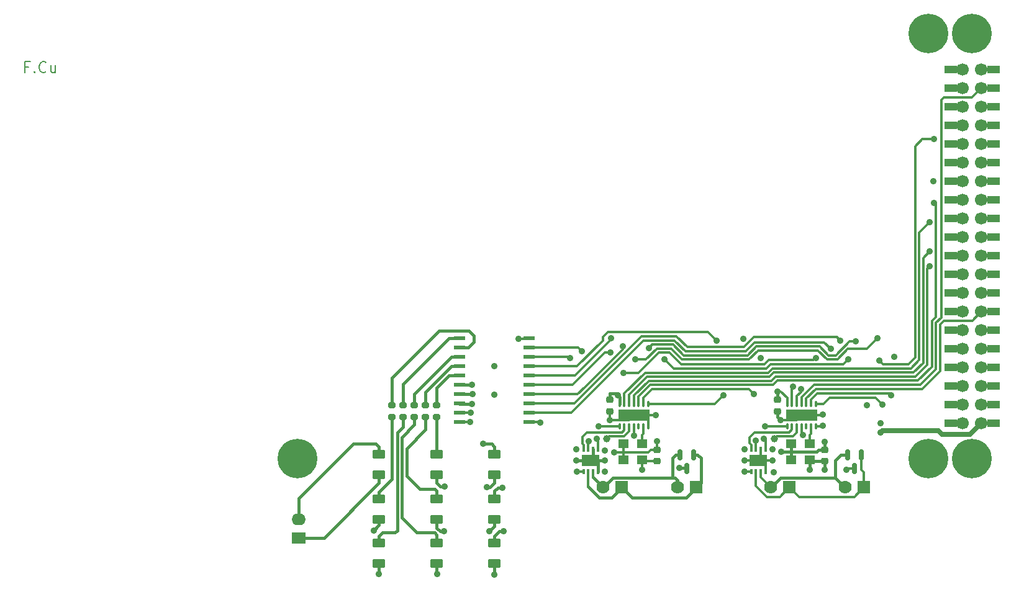
<source format=gbr>
%TF.GenerationSoftware,KiCad,Pcbnew,8.0.3-8.0.3-0~ubuntu22.04.1*%
%TF.CreationDate,2024-07-14T14:24:34-07:00*%
%TF.ProjectId,NX-IndicatorBoard,4e582d49-6e64-4696-9361-746f72426f61,2*%
%TF.SameCoordinates,Original*%
%TF.FileFunction,Copper,L1,Top*%
%TF.FilePolarity,Positive*%
%FSLAX46Y46*%
G04 Gerber Fmt 4.6, Leading zero omitted, Abs format (unit mm)*
G04 Created by KiCad (PCBNEW 8.0.3-8.0.3-0~ubuntu22.04.1) date 2024-07-14 14:24:34*
%MOMM*%
%LPD*%
G01*
G04 APERTURE LIST*
G04 Aperture macros list*
%AMRoundRect*
0 Rectangle with rounded corners*
0 $1 Rounding radius*
0 $2 $3 $4 $5 $6 $7 $8 $9 X,Y pos of 4 corners*
0 Add a 4 corners polygon primitive as box body*
4,1,4,$2,$3,$4,$5,$6,$7,$8,$9,$2,$3,0*
0 Add four circle primitives for the rounded corners*
1,1,$1+$1,$2,$3*
1,1,$1+$1,$4,$5*
1,1,$1+$1,$6,$7*
1,1,$1+$1,$8,$9*
0 Add four rect primitives between the rounded corners*
20,1,$1+$1,$2,$3,$4,$5,0*
20,1,$1+$1,$4,$5,$6,$7,0*
20,1,$1+$1,$6,$7,$8,$9,0*
20,1,$1+$1,$8,$9,$2,$3,0*%
G04 Aperture macros list end*
%ADD10C,0.187500*%
%TA.AperFunction,NonConductor*%
%ADD11C,0.187500*%
%TD*%
%TA.AperFunction,SMDPad,CuDef*%
%ADD12RoundRect,0.250000X0.625000X-0.375000X0.625000X0.375000X-0.625000X0.375000X-0.625000X-0.375000X0*%
%TD*%
%TA.AperFunction,ComponentPad*%
%ADD13C,1.000000*%
%TD*%
%TA.AperFunction,SMDPad,CuDef*%
%ADD14RoundRect,0.225000X-0.250000X0.225000X-0.250000X-0.225000X0.250000X-0.225000X0.250000X0.225000X0*%
%TD*%
%TA.AperFunction,SMDPad,CuDef*%
%ADD15RoundRect,0.200000X0.275000X-0.200000X0.275000X0.200000X-0.275000X0.200000X-0.275000X-0.200000X0*%
%TD*%
%TA.AperFunction,SMDPad,CuDef*%
%ADD16R,1.500000X0.600000*%
%TD*%
%TA.AperFunction,SMDPad,CuDef*%
%ADD17R,1.400000X1.200000*%
%TD*%
%TA.AperFunction,ComponentPad*%
%ADD18C,1.700000*%
%TD*%
%TA.AperFunction,SMDPad,CuDef*%
%ADD19R,1.780000X1.020000*%
%TD*%
%TA.AperFunction,ComponentPad*%
%ADD20R,1.778000X1.778000*%
%TD*%
%TA.AperFunction,ComponentPad*%
%ADD21C,1.778000*%
%TD*%
%TA.AperFunction,SMDPad,CuDef*%
%ADD22RoundRect,0.150000X-0.150000X0.587500X-0.150000X-0.587500X0.150000X-0.587500X0.150000X0.587500X0*%
%TD*%
%TA.AperFunction,SMDPad,CuDef*%
%ADD23O,0.350000X0.850000*%
%TD*%
%TA.AperFunction,SMDPad,CuDef*%
%ADD24R,4.250000X1.650000*%
%TD*%
%TA.AperFunction,SMDPad,CuDef*%
%ADD25R,0.350000X0.650000*%
%TD*%
%TA.AperFunction,SMDPad,CuDef*%
%ADD26R,2.400000X1.550000*%
%TD*%
%TA.AperFunction,ComponentPad*%
%ADD27C,5.400000*%
%TD*%
%TA.AperFunction,ComponentPad*%
%ADD28R,1.905000X1.600200*%
%TD*%
%TA.AperFunction,ComponentPad*%
%ADD29O,1.905000X1.600200*%
%TD*%
%TA.AperFunction,ViaPad*%
%ADD30C,0.889000*%
%TD*%
%TA.AperFunction,Conductor*%
%ADD31C,0.381000*%
%TD*%
%TA.AperFunction,Conductor*%
%ADD32C,0.304800*%
%TD*%
%TA.AperFunction,Conductor*%
%ADD33C,0.635000*%
%TD*%
G04 APERTURE END LIST*
D10*
D11*
X29377697Y-55535964D02*
X28877697Y-55535964D01*
X28877697Y-56321678D02*
X28877697Y-54821678D01*
X28877697Y-54821678D02*
X29591983Y-54821678D01*
X30163411Y-56178821D02*
X30234840Y-56250250D01*
X30234840Y-56250250D02*
X30163411Y-56321678D01*
X30163411Y-56321678D02*
X30091983Y-56250250D01*
X30091983Y-56250250D02*
X30163411Y-56178821D01*
X30163411Y-56178821D02*
X30163411Y-56321678D01*
X31734840Y-56178821D02*
X31663412Y-56250250D01*
X31663412Y-56250250D02*
X31449126Y-56321678D01*
X31449126Y-56321678D02*
X31306269Y-56321678D01*
X31306269Y-56321678D02*
X31091983Y-56250250D01*
X31091983Y-56250250D02*
X30949126Y-56107392D01*
X30949126Y-56107392D02*
X30877697Y-55964535D01*
X30877697Y-55964535D02*
X30806269Y-55678821D01*
X30806269Y-55678821D02*
X30806269Y-55464535D01*
X30806269Y-55464535D02*
X30877697Y-55178821D01*
X30877697Y-55178821D02*
X30949126Y-55035964D01*
X30949126Y-55035964D02*
X31091983Y-54893107D01*
X31091983Y-54893107D02*
X31306269Y-54821678D01*
X31306269Y-54821678D02*
X31449126Y-54821678D01*
X31449126Y-54821678D02*
X31663412Y-54893107D01*
X31663412Y-54893107D02*
X31734840Y-54964535D01*
X33020555Y-55321678D02*
X33020555Y-56321678D01*
X32377697Y-55321678D02*
X32377697Y-56107392D01*
X32377697Y-56107392D02*
X32449126Y-56250250D01*
X32449126Y-56250250D02*
X32591983Y-56321678D01*
X32591983Y-56321678D02*
X32806269Y-56321678D01*
X32806269Y-56321678D02*
X32949126Y-56250250D01*
X32949126Y-56250250D02*
X33020555Y-56178821D01*
D12*
%TO.P,D8,1,K*%
%TO.N,GND*%
X92887800Y-117274800D03*
%TO.P,D8,2,A*%
%TO.N,Net-(D8-A)*%
X92887800Y-114474800D03*
%TD*%
D13*
%TO.P,TP1,1,1*%
%TO.N,Net-(U2-CLKO{slash}SOF)*%
X108204000Y-106299000D03*
%TD*%
D14*
%TO.P,C2,1*%
%TO.N,+3V3*%
X131445000Y-100977400D03*
%TO.P,C2,2*%
%TO.N,GND*%
X131445000Y-102527400D03*
%TD*%
%TO.P,C1,1*%
%TO.N,+3V3*%
X108585000Y-100977400D03*
%TO.P,C1,2*%
%TO.N,GND*%
X108585000Y-102527400D03*
%TD*%
D15*
%TO.P,R3,1*%
%TO.N,Net-(D10-A)*%
X81965800Y-103339400D03*
%TO.P,R3,2*%
%TO.N,Net-(U1-B5)*%
X81965800Y-101689400D03*
%TD*%
D16*
%TO.P,U1,1,A->B*%
%TO.N,GND*%
X97612400Y-104013000D03*
%TO.P,U1,2,A0*%
%TO.N,/UART1_TXD*%
X97612400Y-102743000D03*
%TO.P,U1,3,A1*%
%TO.N,/UART1_RXD*%
X97612400Y-101473000D03*
%TO.P,U1,4,A2*%
%TO.N,/I2S0_SCLK*%
X97612400Y-100203000D03*
%TO.P,U1,5,A3*%
%TO.N,/UART1_RTS*%
X97612400Y-98933000D03*
%TO.P,U1,6,A4*%
%TO.N,/I2S0_DIN*%
X97612400Y-97663000D03*
%TO.P,U1,7,A5*%
%TO.N,/UART1_CTS*%
X97612400Y-96393000D03*
%TO.P,U1,8,A6*%
%TO.N,/I2S0_DOUT*%
X97612400Y-95123000D03*
%TO.P,U1,9,A7*%
%TO.N,/I2S0_FS*%
X97612400Y-93853000D03*
%TO.P,U1,10,GND*%
%TO.N,GND*%
X97612400Y-92583000D03*
%TO.P,U1,11,B7*%
%TO.N,Net-(U1-B7)*%
X88112400Y-92583000D03*
%TO.P,U1,12,B6*%
%TO.N,Net-(U1-B6)*%
X88112400Y-93853000D03*
%TO.P,U1,13,B5*%
%TO.N,Net-(U1-B5)*%
X88112400Y-95123000D03*
%TO.P,U1,14,B4*%
%TO.N,Net-(U1-B4)*%
X88112400Y-96393000D03*
%TO.P,U1,15,B3*%
%TO.N,Net-(U1-B3)*%
X88112400Y-97663000D03*
%TO.P,U1,16,B2*%
%TO.N,Net-(U1-B2)*%
X88112400Y-98933000D03*
%TO.P,U1,17,B1*%
%TO.N,Net-(U1-B1)*%
X88112400Y-100203000D03*
%TO.P,U1,18,B0*%
%TO.N,Net-(U1-B0)*%
X88112400Y-101473000D03*
%TO.P,U1,19,CE*%
%TO.N,GND*%
X88112400Y-102743000D03*
%TO.P,U1,20,VCC*%
%TO.N,+3V3*%
X88112400Y-104013000D03*
%TD*%
D15*
%TO.P,R2,1*%
%TO.N,Net-(D9-A)*%
X80441800Y-103339400D03*
%TO.P,R2,2*%
%TO.N,Net-(U1-B7)*%
X80441800Y-101689400D03*
%TD*%
D12*
%TO.P,D9,1,K*%
%TO.N,GND*%
X77139800Y-123320000D03*
%TO.P,D9,2,A*%
%TO.N,Net-(D9-A)*%
X77139800Y-120520000D03*
%TD*%
D17*
%TO.P,U4,1,EN*%
%TO.N,+3V3*%
X110490000Y-109177000D03*
%TO.P,U4,2,GND*%
%TO.N,GND*%
X113030000Y-109177000D03*
%TO.P,U4,3,OUT*%
%TO.N,Net-(U2-OSC1)*%
X113030000Y-106977000D03*
%TO.P,U4,4,V_{DD}*%
%TO.N,+3V3*%
X110490000Y-106977000D03*
%TD*%
D14*
%TO.P,C3,1*%
%TO.N,+3V3*%
X115062000Y-107810000D03*
%TO.P,C3,2*%
%TO.N,GND*%
X115062000Y-109360000D03*
%TD*%
D17*
%TO.P,U5,1,EN*%
%TO.N,+3V3*%
X133350000Y-109177000D03*
%TO.P,U5,2,GND*%
%TO.N,GND*%
X135890000Y-109177000D03*
%TO.P,U5,3,OUT*%
%TO.N,Net-(U3-OSC1)*%
X135890000Y-106977000D03*
%TO.P,U5,4,V_{DD}*%
%TO.N,+3V3*%
X133350000Y-106977000D03*
%TD*%
D18*
%TO.P,J1,1,Pin_1*%
%TO.N,+3V3*%
X159270000Y-104130000D03*
D19*
X160910000Y-104130000D03*
%TO.P,J1,2,Pin_2*%
%TO.N,+5V*%
X155090000Y-104130000D03*
D18*
X156730000Y-104130000D03*
%TO.P,J1,3,Pin_3*%
%TO.N,/I2C1_SDA*%
X159270000Y-101590000D03*
D19*
X160910000Y-101590000D03*
%TO.P,J1,4,Pin_4*%
%TO.N,+5V*%
X155090000Y-101590000D03*
D18*
X156730000Y-101590000D03*
%TO.P,J1,5,Pin_5*%
%TO.N,/I2C1_SCL*%
X159270000Y-99050000D03*
D19*
X160910000Y-99050000D03*
%TO.P,J1,6,Pin_6*%
%TO.N,GND*%
X155090000Y-99050000D03*
D18*
X156730000Y-99050000D03*
%TO.P,J1,7,Pin_7*%
%TO.N,/GPIO09*%
X159270000Y-96510000D03*
D19*
X160910000Y-96510000D03*
%TO.P,J1,8,Pin_8*%
%TO.N,/UART1_TXD*%
X155090000Y-96510000D03*
D18*
X156730000Y-96510000D03*
%TO.P,J1,9,Pin_9*%
%TO.N,GND*%
X159270000Y-93970000D03*
D19*
X160910000Y-93970000D03*
%TO.P,J1,10,Pin_10*%
%TO.N,/UART1_RXD*%
X155090000Y-93970000D03*
D18*
X156730000Y-93970000D03*
%TO.P,J1,11,Pin_11*%
%TO.N,/UART1_RTS*%
X159270000Y-91430000D03*
D19*
X160910000Y-91430000D03*
%TO.P,J1,12,Pin_12*%
%TO.N,/I2S0_SCLK*%
X155090000Y-91430000D03*
D18*
X156730000Y-91430000D03*
%TO.P,J1,13,Pin_13*%
%TO.N,/SPI1_SCK*%
X159270000Y-88890000D03*
D19*
X160910000Y-88890000D03*
%TO.P,J1,14,Pin_14*%
%TO.N,GND*%
X155090000Y-88890000D03*
D18*
X156730000Y-88890000D03*
%TO.P,J1,15,Pin_15*%
%TO.N,/GPIO12*%
X159270000Y-86350000D03*
D19*
X160910000Y-86350000D03*
%TO.P,J1,16,Pin_16*%
%TO.N,/SPI1_CS1*%
X155090000Y-86350000D03*
D18*
X156730000Y-86350000D03*
%TO.P,J1,17,Pin_17*%
%TO.N,+3V3*%
X159270000Y-83810000D03*
D19*
X160910000Y-83810000D03*
%TO.P,J1,18,Pin_18*%
%TO.N,/SPI1_CS0*%
X155090000Y-83810000D03*
D18*
X156730000Y-83810000D03*
%TO.P,J1,19,Pin_19*%
%TO.N,/SPI0_MOSI*%
X159270000Y-81270000D03*
D19*
X160910000Y-81270000D03*
%TO.P,J1,20,Pin_20*%
%TO.N,GND*%
X155090000Y-81270000D03*
D18*
X156730000Y-81270000D03*
%TO.P,J1,21,Pin_21*%
%TO.N,/SPI0_MISO*%
X159270000Y-78730000D03*
D19*
X160910000Y-78730000D03*
%TO.P,J1,22,Pin_22*%
%TO.N,/SPI1_MISO*%
X155090000Y-78730000D03*
D18*
X156730000Y-78730000D03*
%TO.P,J1,23,Pin_23*%
%TO.N,/SPI0_SCK*%
X159270000Y-76190000D03*
D19*
X160910000Y-76190000D03*
%TO.P,J1,24,Pin_24*%
%TO.N,/SPI0_CS0*%
X155090000Y-76190000D03*
D18*
X156730000Y-76190000D03*
%TO.P,J1,25,Pin_25*%
%TO.N,GND*%
X159270000Y-73650000D03*
D19*
X160910000Y-73650000D03*
%TO.P,J1,26,Pin_26*%
%TO.N,/SPI0_CS1*%
X155090000Y-73650000D03*
D18*
X156730000Y-73650000D03*
%TO.P,J1,27,Pin_27*%
%TO.N,/I2C0_SDA*%
X159270000Y-71110000D03*
D19*
X160910000Y-71110000D03*
%TO.P,J1,28,Pin_28*%
%TO.N,/I2C0_SCL*%
X155090000Y-71110000D03*
D18*
X156730000Y-71110000D03*
%TO.P,J1,29,Pin_29*%
%TO.N,/GPIO01*%
X159270000Y-68570000D03*
D19*
X160910000Y-68570000D03*
%TO.P,J1,30,Pin_30*%
%TO.N,GND*%
X155090000Y-68570000D03*
D18*
X156730000Y-68570000D03*
%TO.P,J1,31,Pin_31*%
%TO.N,/GPIO11*%
X159270000Y-66030000D03*
D19*
X160910000Y-66030000D03*
%TO.P,J1,32,Pin_32*%
%TO.N,/GPIO07*%
X155090000Y-66030000D03*
D18*
X156730000Y-66030000D03*
%TO.P,J1,33,Pin_33*%
%TO.N,/GPIO13*%
X159270000Y-63490000D03*
D19*
X160910000Y-63490000D03*
%TO.P,J1,34,Pin_34*%
%TO.N,GND*%
X155090000Y-63490000D03*
D18*
X156730000Y-63490000D03*
%TO.P,J1,35,Pin_35*%
%TO.N,/I2S0_FS*%
X159270000Y-60950000D03*
D19*
X160910000Y-60950000D03*
%TO.P,J1,36,Pin_36*%
%TO.N,/UART1_CTS*%
X155090000Y-60950000D03*
D18*
X156730000Y-60950000D03*
%TO.P,J1,37,Pin_37*%
%TO.N,/SPI1_MOSI*%
X159270000Y-58410000D03*
D19*
X160910000Y-58410000D03*
%TO.P,J1,38,Pin_38*%
%TO.N,/I2S0_DIN*%
X155090000Y-58410000D03*
D18*
X156730000Y-58410000D03*
%TO.P,J1,39,Pin_39*%
%TO.N,GND*%
X159270000Y-55870000D03*
D19*
X160910000Y-55870000D03*
%TO.P,J1,40,Pin_40*%
%TO.N,/I2S0_DOUT*%
X155090000Y-55870000D03*
D18*
X156730000Y-55870000D03*
%TD*%
D20*
%TO.P,J2,1,Pin_1*%
%TO.N,/CAN1_L*%
X110236000Y-112903000D03*
D21*
%TO.P,J2,2,Pin_2*%
%TO.N,/CAN1_H*%
X107696000Y-112903000D03*
%TD*%
D22*
%TO.P,D2,1,K1*%
%TO.N,/CAN2_L*%
X142910600Y-108460300D03*
%TO.P,D2,2,K1*%
%TO.N,/CAN2_H*%
X141010600Y-108460300D03*
%TO.P,D2,3,KK*%
%TO.N,GND*%
X141960600Y-110335300D03*
%TD*%
D23*
%TO.P,U2,1,TXCAN*%
%TO.N,/SPI-CAN-FD1/CANTX*%
X109937000Y-104548500D03*
%TO.P,U2,2,RXCAN*%
%TO.N,/SPI-CAN-FD1/CANRX*%
X110587000Y-104548500D03*
%TO.P,U2,3,CLKO/SOF*%
%TO.N,Net-(U2-CLKO{slash}SOF)*%
X111237000Y-104548500D03*
%TO.P,U2,4,~{INT}*%
%TO.N,/GPIO09*%
X111887000Y-104548500D03*
%TO.P,U2,5,OSC2*%
%TO.N,unconnected-(U2-OSC2-Pad5)*%
X112537000Y-104548500D03*
%TO.P,U2,6,OSC1*%
%TO.N,Net-(U2-OSC1)*%
X113187000Y-104548500D03*
%TO.P,U2,7,VSS*%
%TO.N,GND*%
X113837000Y-104548500D03*
%TO.P,U2,8,~{INT1}/GPIO1*%
%TO.N,/GPIO07*%
X113837000Y-101548500D03*
%TO.P,U2,9,~{INT0}/GPIO0/XSTBY*%
%TO.N,/GPIO12*%
X113187000Y-101548500D03*
%TO.P,U2,10,SCK*%
%TO.N,/SPI0_SCK*%
X112537000Y-101548500D03*
%TO.P,U2,11,SDI*%
%TO.N,/SPI0_MOSI*%
X111887000Y-101548500D03*
%TO.P,U2,12,SDO*%
%TO.N,/SPI0_MISO*%
X111237000Y-101548500D03*
%TO.P,U2,13,~{CS}*%
%TO.N,/SPI0_CS0*%
X110587000Y-101548500D03*
%TO.P,U2,14,VDD*%
%TO.N,+3V3*%
X109937000Y-101548500D03*
D24*
%TO.P,U2,15,VSS*%
%TO.N,GND*%
X111887000Y-103048500D03*
%TD*%
D12*
%TO.P,D3,1,K*%
%TO.N,/NX_PC_LED-*%
X77139800Y-111204200D03*
%TO.P,D3,2,A*%
%TO.N,/NX_PC_LED+*%
X77139800Y-108404200D03*
%TD*%
D14*
%TO.P,C4,1*%
%TO.N,+3V3*%
X137922000Y-107810000D03*
%TO.P,C4,2*%
%TO.N,GND*%
X137922000Y-109360000D03*
%TD*%
D23*
%TO.P,U3,1,TXCAN*%
%TO.N,/SPI-CAN-FD2/CANTX*%
X132797000Y-104548500D03*
%TO.P,U3,2,RXCAN*%
%TO.N,/SPI-CAN-FD2/CANRX*%
X133447000Y-104548500D03*
%TO.P,U3,3,CLKO/SOF*%
%TO.N,Net-(U3-CLKO{slash}SOF)*%
X134097000Y-104548500D03*
%TO.P,U3,4,~{INT}*%
%TO.N,/GPIO01*%
X134747000Y-104548500D03*
%TO.P,U3,5,OSC2*%
%TO.N,unconnected-(U3-OSC2-Pad5)*%
X135397000Y-104548500D03*
%TO.P,U3,6,OSC1*%
%TO.N,Net-(U3-OSC1)*%
X136047000Y-104548500D03*
%TO.P,U3,7,VSS*%
%TO.N,GND*%
X136697000Y-104548500D03*
%TO.P,U3,8,~{INT1}/GPIO1*%
%TO.N,/GPIO13*%
X136697000Y-101548500D03*
%TO.P,U3,9,~{INT0}/GPIO0/XSTBY*%
%TO.N,/GPIO11*%
X136047000Y-101548500D03*
%TO.P,U3,10,SCK*%
%TO.N,/SPI1_SCK*%
X135397000Y-101548500D03*
%TO.P,U3,11,SDI*%
%TO.N,/SPI1_MOSI*%
X134747000Y-101548500D03*
%TO.P,U3,12,SDO*%
%TO.N,/SPI1_MISO*%
X134097000Y-101548500D03*
%TO.P,U3,13,~{CS}*%
%TO.N,/SPI1_CS0*%
X133447000Y-101548500D03*
%TO.P,U3,14,VDD*%
%TO.N,+3V3*%
X132797000Y-101548500D03*
D24*
%TO.P,U3,15,VSS*%
%TO.N,GND*%
X134747000Y-103048500D03*
%TD*%
D12*
%TO.P,D7,1,K*%
%TO.N,GND*%
X85013800Y-117274800D03*
%TO.P,D7,2,A*%
%TO.N,Net-(D7-A)*%
X85013800Y-114474800D03*
%TD*%
%TO.P,D11,1,K*%
%TO.N,GND*%
X92887800Y-123320000D03*
%TO.P,D11,2,A*%
%TO.N,Net-(D11-A)*%
X92887800Y-120520000D03*
%TD*%
D25*
%TO.P,U7,1,TXD*%
%TO.N,/SPI-CAN-FD2/CANTX*%
X129829200Y-107670000D03*
%TO.P,U7,2,V_{SS}*%
%TO.N,GND*%
X129179200Y-107670000D03*
%TO.P,U7,3,V_{DD}*%
%TO.N,+5V*%
X128529200Y-107670000D03*
%TO.P,U7,4,RXD*%
%TO.N,/SPI-CAN-FD2/CANRX*%
X127879200Y-107670000D03*
%TO.P,U7,5,V_{IO}*%
%TO.N,+3V3*%
X127879200Y-110770000D03*
%TO.P,U7,6,CANL*%
%TO.N,/CAN2_L*%
X128529200Y-110770000D03*
%TO.P,U7,7,CANH*%
%TO.N,/CAN2_H*%
X129179200Y-110770000D03*
%TO.P,U7,8,S*%
%TO.N,GND*%
X129829200Y-110770000D03*
D26*
%TO.P,U7,9,EP*%
X128854200Y-109220000D03*
%TD*%
D13*
%TO.P,TP2,1,1*%
%TO.N,Net-(U3-CLKO{slash}SOF)*%
X131064000Y-106299000D03*
%TD*%
D27*
%TO.P,H2,1*%
%TO.N,N/C*%
X158000000Y-51000000D03*
%TD*%
D15*
%TO.P,R5,1*%
%TO.N,Net-(D4-A)*%
X85013800Y-103339400D03*
%TO.P,R5,2*%
%TO.N,Net-(U1-B3)*%
X85013800Y-101689400D03*
%TD*%
D20*
%TO.P,J5,1,Pin_1*%
%TO.N,/CAN2_L*%
X143230600Y-112903000D03*
D21*
%TO.P,J5,2,Pin_2*%
%TO.N,/CAN2_H*%
X140690600Y-112903000D03*
%TD*%
D12*
%TO.P,D5,1,K*%
%TO.N,GND*%
X92887800Y-111204200D03*
%TO.P,D5,2,A*%
%TO.N,Net-(D5-A)*%
X92887800Y-108404200D03*
%TD*%
D27*
%TO.P,H1,1*%
%TO.N,N/C*%
X152000000Y-51000000D03*
%TD*%
%TO.P,H4,1*%
%TO.N,N/C*%
X152000000Y-109000000D03*
%TD*%
%TO.P,H3,1*%
%TO.N,N/C*%
X66000000Y-109000000D03*
%TD*%
%TO.P,H5,1*%
%TO.N,N/C*%
X158000000Y-109000000D03*
%TD*%
D20*
%TO.P,J3,1,Pin_1*%
%TO.N,/CAN1_L*%
X120396000Y-112903000D03*
D21*
%TO.P,J3,2,Pin_2*%
%TO.N,/CAN1_H*%
X117856000Y-112903000D03*
%TD*%
D22*
%TO.P,D1,1,K1*%
%TO.N,/CAN1_L*%
X120050600Y-108460300D03*
%TO.P,D1,2,K1*%
%TO.N,/CAN1_H*%
X118150600Y-108460300D03*
%TO.P,D1,3,KK*%
%TO.N,GND*%
X119100600Y-110335300D03*
%TD*%
D15*
%TO.P,R4,1*%
%TO.N,Net-(D7-A)*%
X83489800Y-103339400D03*
%TO.P,R4,2*%
%TO.N,Net-(U1-B4)*%
X83489800Y-101689400D03*
%TD*%
D20*
%TO.P,J4,1,Pin_1*%
%TO.N,/CAN2_L*%
X133096000Y-112903000D03*
D21*
%TO.P,J4,2,Pin_2*%
%TO.N,/CAN2_H*%
X130556000Y-112903000D03*
%TD*%
D25*
%TO.P,U6,1,TXD*%
%TO.N,/SPI-CAN-FD1/CANTX*%
X106969200Y-107670000D03*
%TO.P,U6,2,V_{SS}*%
%TO.N,GND*%
X106319200Y-107670000D03*
%TO.P,U6,3,V_{DD}*%
%TO.N,+5V*%
X105669200Y-107670000D03*
%TO.P,U6,4,RXD*%
%TO.N,/SPI-CAN-FD1/CANRX*%
X105019200Y-107670000D03*
%TO.P,U6,5,V_{IO}*%
%TO.N,+3V3*%
X105019200Y-110770000D03*
%TO.P,U6,6,CANL*%
%TO.N,/CAN1_L*%
X105669200Y-110770000D03*
%TO.P,U6,7,CANH*%
%TO.N,/CAN1_H*%
X106319200Y-110770000D03*
%TO.P,U6,8,S*%
%TO.N,GND*%
X106969200Y-110770000D03*
D26*
%TO.P,U6,9,EP*%
X105994200Y-109220000D03*
%TD*%
D12*
%TO.P,D4,1,K*%
%TO.N,GND*%
X85013800Y-111204200D03*
%TO.P,D4,2,A*%
%TO.N,Net-(D4-A)*%
X85013800Y-108404200D03*
%TD*%
%TO.P,D6,1,K*%
%TO.N,GND*%
X77139800Y-117274800D03*
%TO.P,D6,2,A*%
%TO.N,Net-(D6-A)*%
X77139800Y-114474800D03*
%TD*%
D15*
%TO.P,R1,1*%
%TO.N,Net-(D6-A)*%
X78917800Y-103339400D03*
%TO.P,R1,2*%
%TO.N,Net-(U1-B6)*%
X78917800Y-101689400D03*
%TD*%
D12*
%TO.P,D10,1,K*%
%TO.N,GND*%
X85013800Y-123320000D03*
%TO.P,D10,2,A*%
%TO.N,Net-(D10-A)*%
X85013800Y-120520000D03*
%TD*%
D28*
%TO.P,J6,1,Pin_1*%
%TO.N,/NX_PC_LED-*%
X66217800Y-119786400D03*
D29*
%TO.P,J6,2,Pin_2*%
%TO.N,/NX_PC_LED+*%
X66217800Y-117246400D03*
%TD*%
D30*
%TO.N,+3V3*%
X137922000Y-106680000D03*
X104140000Y-110744000D03*
X145542000Y-105410000D03*
X131470400Y-99820428D03*
X109169200Y-108127800D03*
X109677200Y-100355400D03*
X92862400Y-100253800D03*
X145542000Y-104140000D03*
X131953000Y-108077000D03*
X89585800Y-104013000D03*
X126974600Y-110794800D03*
X115062000Y-106629200D03*
%TO.N,GND*%
X89636600Y-102743000D03*
X92202000Y-118897400D03*
X118110000Y-110286800D03*
X130759200Y-109220000D03*
X130784600Y-107721400D03*
X114884200Y-103047800D03*
X92887800Y-124815600D03*
X107899200Y-109194600D03*
X76428600Y-118770400D03*
X113030000Y-110515400D03*
X135890000Y-110490000D03*
X107924600Y-107848400D03*
X137668000Y-104521000D03*
X86106000Y-112826800D03*
X137668000Y-102997000D03*
X108610400Y-103697600D03*
X77139800Y-124688600D03*
X91833764Y-112877600D03*
X107924600Y-110794800D03*
X92862400Y-96367600D03*
X140868400Y-110490000D03*
X104063800Y-109220000D03*
X85979000Y-118897400D03*
X96113600Y-92608400D03*
X131851400Y-103697600D03*
X126949200Y-109220000D03*
X130962400Y-110820200D03*
X85039200Y-124688600D03*
X99110800Y-104038400D03*
X137922000Y-110490000D03*
%TO.N,+5V*%
X126949200Y-107696000D03*
X105695540Y-106599768D03*
X104063800Y-107746800D03*
X128524000Y-106553000D03*
%TO.N,Net-(D11-A)*%
X94132400Y-118922800D03*
%TO.N,Net-(D5-A)*%
X91338400Y-106984800D03*
%TO.N,Net-(D8-A)*%
X93954600Y-112928400D03*
%TO.N,/GPIO09*%
X111884613Y-105838916D03*
X126837460Y-92608400D03*
X143662400Y-101701600D03*
%TO.N,/UART1_TXD*%
X138756424Y-94034576D03*
%TO.N,/UART1_RXD*%
X140030200Y-92887800D03*
%TO.N,/UART1_RTS*%
X142087600Y-93006164D03*
X108712000Y-94488000D03*
X113919000Y-93878400D03*
%TO.N,/I2S0_SCLK*%
X110358222Y-93645022D03*
X112090200Y-95453200D03*
X145110200Y-92532200D03*
%TO.N,/GPIO12*%
X129184400Y-95288100D03*
X128232760Y-100190300D03*
%TO.N,/SPI0_MOSI*%
X152234900Y-82727800D03*
%TO.N,/SPI0_MISO*%
X152234900Y-80721200D03*
%TO.N,/SPI1_MISO*%
X134654054Y-99496128D03*
%TO.N,/SPI0_SCK*%
X152815700Y-74076667D03*
%TO.N,/SPI1_CS0*%
X133550159Y-99199700D03*
%TO.N,/GPIO01*%
X134902006Y-105740633D03*
%TO.N,/GPIO11*%
X152679400Y-71120000D03*
X147400978Y-95127778D03*
X146964400Y-100317300D03*
%TO.N,/GPIO07*%
X124129800Y-100342700D03*
%TO.N,/GPIO13*%
X145364200Y-95567500D03*
X145745200Y-101612700D03*
X152793700Y-65354200D03*
%TO.N,/I2S0_FS*%
X104805988Y-94341188D03*
X110464600Y-97256600D03*
X136696450Y-95262700D03*
%TO.N,/UART1_CTS*%
X123190000Y-92887800D03*
%TO.N,/I2S0_DIN*%
X108762800Y-92557600D03*
X116027200Y-95427800D03*
X141097000Y-95427800D03*
%TO.N,/I2S0_DOUT*%
X103149400Y-95224600D03*
%TO.N,/SPI0_CS0*%
X152234900Y-76733400D03*
%TO.N,Net-(U1-B2)*%
X89763600Y-98907600D03*
%TO.N,Net-(U1-B1)*%
X89890600Y-100152200D03*
%TO.N,Net-(U1-B0)*%
X89789000Y-101498400D03*
%TO.N,/SPI-CAN-FD1/CANTX*%
X106781600Y-106243500D03*
X107111800Y-104541700D03*
%TO.N,/SPI-CAN-FD2/CANTX*%
X129624300Y-106243500D03*
X129743200Y-104541700D03*
%TD*%
D31*
%TO.N,+3V3*%
X133477000Y-108077000D02*
X136767500Y-108077000D01*
D32*
X113868200Y-108127800D02*
X114186000Y-107810000D01*
X105019200Y-110770000D02*
X104166000Y-110770000D01*
D31*
X131953000Y-108077000D02*
X133366000Y-108077000D01*
D32*
X110490000Y-108127800D02*
X113868200Y-108127800D01*
D31*
X109937000Y-100615200D02*
X109677200Y-100355400D01*
D32*
X131470400Y-99820428D02*
X131900628Y-99820428D01*
X132797000Y-100716800D02*
X132797000Y-101548500D01*
D31*
X133350000Y-109177000D02*
X133350000Y-108093000D01*
D32*
X114186000Y-107810000D02*
X115062000Y-107810000D01*
D31*
X131470400Y-100177600D02*
X131445000Y-100203000D01*
D33*
X153416000Y-105156000D02*
X145796000Y-105156000D01*
X145796000Y-105156000D02*
X145542000Y-105410000D01*
D32*
X110490000Y-106977000D02*
X110490000Y-108127800D01*
D33*
X157736000Y-105664000D02*
X153924000Y-105664000D01*
D31*
X137034500Y-107810000D02*
X137922000Y-107810000D01*
D32*
X115062000Y-107810000D02*
X115062000Y-106629200D01*
X88112400Y-104013000D02*
X89585800Y-104013000D01*
X110490000Y-108127800D02*
X109169200Y-108127800D01*
D31*
X133350000Y-108093000D02*
X133366000Y-108077000D01*
D33*
X159270000Y-104130000D02*
X157736000Y-105664000D01*
D31*
X131470400Y-99820428D02*
X131470400Y-100177600D01*
X133421500Y-108021500D02*
X133477000Y-108077000D01*
X108635800Y-100101400D02*
X109423200Y-100101400D01*
X131445000Y-100203000D02*
X131445000Y-100977400D01*
X108585000Y-100152200D02*
X108635800Y-100101400D01*
D32*
X131900628Y-99820428D02*
X132797000Y-100716800D01*
X110490000Y-108127800D02*
X110490000Y-109177000D01*
D31*
X133350000Y-106977000D02*
X133350000Y-107950000D01*
D32*
X104166000Y-110770000D02*
X104140000Y-110744000D01*
D31*
X133350000Y-107950000D02*
X133421500Y-108021500D01*
X109423200Y-100101400D02*
X109677200Y-100355400D01*
D32*
X126999400Y-110770000D02*
X127879200Y-110770000D01*
D33*
X153924000Y-105664000D02*
X153416000Y-105156000D01*
D31*
X133366000Y-108077000D02*
X133421500Y-108021500D01*
X136767500Y-108077000D02*
X137034500Y-107810000D01*
D32*
X126974600Y-110794800D02*
X126999400Y-110770000D01*
D31*
X137922000Y-107810000D02*
X137922000Y-106680000D01*
X108585000Y-100977400D02*
X108585000Y-100152200D01*
X109937000Y-101548500D02*
X109937000Y-100615200D01*
%TO.N,GND*%
X119052100Y-110286800D02*
X119100600Y-110335300D01*
X85471000Y-118897400D02*
X85979000Y-118897400D01*
X85521800Y-112826800D02*
X86106000Y-112826800D01*
X137922000Y-109360000D02*
X137922000Y-110490000D01*
D32*
X137616500Y-103048500D02*
X137668000Y-102997000D01*
D31*
X106969200Y-109194600D02*
X107899200Y-109194600D01*
X106319200Y-107670000D02*
X106319200Y-108895000D01*
X85013800Y-112318800D02*
X85369400Y-112674400D01*
X136073000Y-109360000D02*
X135890000Y-109177000D01*
D32*
X96113600Y-92608400D02*
X97587000Y-92608400D01*
X108585000Y-103697600D02*
X108585000Y-102527400D01*
X137640500Y-104548500D02*
X137668000Y-104521000D01*
X114883500Y-103048500D02*
X114884200Y-103047800D01*
D31*
X92887800Y-124815600D02*
X92887800Y-123320000D01*
D32*
X111887000Y-103048500D02*
X111237900Y-103697600D01*
X141023100Y-110335300D02*
X140868400Y-110490000D01*
X111887000Y-103048500D02*
X114883500Y-103048500D01*
X129829200Y-110770000D02*
X129829200Y-109220000D01*
X129179200Y-107670000D02*
X129179200Y-108895000D01*
D31*
X85013800Y-118440200D02*
X85471000Y-118897400D01*
X118110000Y-110286800D02*
X119052100Y-110286800D01*
X77139800Y-117274800D02*
X77139800Y-118059200D01*
X92252800Y-112877600D02*
X92887800Y-112242600D01*
D32*
X129829200Y-109220000D02*
X130759200Y-109220000D01*
D31*
X77139800Y-118059200D02*
X76428600Y-118770400D01*
X92887800Y-118211600D02*
X92202000Y-118897400D01*
X105994200Y-109220000D02*
X107873800Y-109220000D01*
X85369400Y-112674400D02*
X85521800Y-112826800D01*
X106319200Y-108895000D02*
X105994200Y-109220000D01*
D32*
X97612400Y-104013000D02*
X99085400Y-104013000D01*
D31*
X85013800Y-117274800D02*
X85013800Y-118440200D01*
D32*
X129179200Y-108895000D02*
X128854200Y-109220000D01*
D31*
X92887800Y-112242600D02*
X92887800Y-111204200D01*
X105994200Y-109220000D02*
X104063800Y-109220000D01*
X85013800Y-123320000D02*
X85013800Y-124663200D01*
X107873800Y-109220000D02*
X107899200Y-109194600D01*
X131445000Y-102527400D02*
X131445000Y-103291200D01*
D32*
X99085400Y-104013000D02*
X99110800Y-104038400D01*
X113837000Y-104548500D02*
X113837000Y-103047800D01*
X108585000Y-103672200D02*
X108610400Y-103697600D01*
D31*
X135890000Y-109177000D02*
X135890000Y-110490000D01*
D32*
X134097900Y-103697600D02*
X134747000Y-103048500D01*
X97587000Y-92608400D02*
X97612400Y-92583000D01*
X141960600Y-110335300D02*
X141023100Y-110335300D01*
D31*
X131445000Y-103291200D02*
X131851400Y-103697600D01*
X92887800Y-117274800D02*
X92887800Y-118211600D01*
D32*
X128854200Y-109220000D02*
X126949200Y-109220000D01*
X111237900Y-103697600D02*
X108585000Y-103697600D01*
D31*
X91833764Y-112877600D02*
X92252800Y-112877600D01*
X137922000Y-109360000D02*
X136073000Y-109360000D01*
D32*
X115062000Y-109360000D02*
X113213000Y-109360000D01*
X113030000Y-109177000D02*
X113030000Y-110515400D01*
D31*
X106969200Y-110770000D02*
X106969200Y-109194600D01*
D32*
X113213000Y-109360000D02*
X113030000Y-109177000D01*
X108585000Y-102527400D02*
X108585000Y-103672200D01*
X134747000Y-103048500D02*
X137616500Y-103048500D01*
D31*
X77139800Y-123320000D02*
X77139800Y-124688600D01*
X85013800Y-124663200D02*
X85039200Y-124688600D01*
D32*
X131851400Y-103697600D02*
X134097900Y-103697600D01*
X136697000Y-104548500D02*
X137640500Y-104548500D01*
X128854200Y-109220000D02*
X130759200Y-109220000D01*
X113837000Y-103047800D02*
X114884200Y-103047800D01*
X88112400Y-102743000D02*
X89636600Y-102743000D01*
D31*
X85013800Y-111204200D02*
X85013800Y-112318800D01*
%TO.N,Net-(D10-A)*%
X84734400Y-119075200D02*
X82296000Y-119075200D01*
X85013800Y-119354600D02*
X84734400Y-119075200D01*
X80238600Y-106070400D02*
X81965800Y-104343200D01*
X81965800Y-104343200D02*
X81965800Y-103339400D01*
X85013800Y-120520000D02*
X85013800Y-119354600D01*
X82296000Y-119075200D02*
X80238600Y-117017800D01*
X80238600Y-117017800D02*
X80238600Y-106070400D01*
D32*
%TO.N,+5V*%
X128529200Y-106558200D02*
X128524000Y-106553000D01*
X105695540Y-106599768D02*
X105669200Y-106626108D01*
X105669200Y-106626108D02*
X105669200Y-107670000D01*
X128529200Y-107670000D02*
X128529200Y-106558200D01*
D31*
%TO.N,/NX_PC_LED+*%
X77139800Y-107365800D02*
X77139800Y-108404200D01*
X76708000Y-106934000D02*
X77139800Y-107365800D01*
X73660000Y-106934000D02*
X76708000Y-106934000D01*
X66217800Y-114376200D02*
X73660000Y-106934000D01*
X66217800Y-117246400D02*
X66217800Y-114376200D01*
%TO.N,Net-(D11-A)*%
X92887800Y-119557800D02*
X92887800Y-120520000D01*
X94132400Y-118922800D02*
X93522800Y-118922800D01*
X93522800Y-118922800D02*
X92887800Y-119557800D01*
%TO.N,Net-(D5-A)*%
X91338400Y-106984800D02*
X92506800Y-106984800D01*
X92506800Y-106984800D02*
X92887800Y-107365800D01*
X92887800Y-107365800D02*
X92887800Y-108404200D01*
%TO.N,Net-(D6-A)*%
X78917800Y-111734600D02*
X77139800Y-113512600D01*
X78917800Y-103339400D02*
X78917800Y-111734600D01*
X77139800Y-113512600D02*
X77139800Y-114474800D01*
%TO.N,Net-(D7-A)*%
X80873600Y-111328200D02*
X80873600Y-107619800D01*
X82702400Y-113157000D02*
X80873600Y-111328200D01*
X80873600Y-107619800D02*
X83489800Y-105003600D01*
X85013800Y-114474800D02*
X85013800Y-113411000D01*
X83489800Y-105003600D02*
X83489800Y-103339400D01*
X85013800Y-113411000D02*
X84759800Y-113157000D01*
X84759800Y-113157000D02*
X82702400Y-113157000D01*
%TO.N,Net-(D8-A)*%
X93319600Y-112928400D02*
X92887800Y-113360200D01*
X92887800Y-113360200D02*
X92887800Y-114474800D01*
X93954600Y-112928400D02*
X93319600Y-112928400D01*
%TO.N,Net-(D9-A)*%
X79603600Y-118770400D02*
X79298800Y-119075200D01*
X80441800Y-103339400D02*
X80441800Y-104622600D01*
X80441800Y-104622600D02*
X79603600Y-105460800D01*
X77647800Y-119075200D02*
X77139800Y-119583200D01*
X79603600Y-105460800D02*
X79603600Y-118770400D01*
X77139800Y-119583200D02*
X77139800Y-120520000D01*
X79298800Y-119075200D02*
X77647800Y-119075200D01*
D32*
%TO.N,/GPIO09*%
X111887000Y-105836529D02*
X111884613Y-105838916D01*
X111887000Y-104548500D02*
X111887000Y-105836529D01*
%TO.N,/UART1_TXD*%
X137838248Y-93116400D02*
X128363739Y-93116400D01*
X113214291Y-92855909D02*
X103327200Y-102743000D01*
X103327200Y-102743000D02*
X97612400Y-102743000D01*
X127144539Y-94335600D02*
X118926025Y-94335600D01*
X138756424Y-94034576D02*
X137838248Y-93116400D01*
X117446334Y-92855909D02*
X113214291Y-92855909D01*
X128363739Y-93116400D02*
X127144539Y-94335600D01*
X118926025Y-94335600D02*
X117446334Y-92855909D01*
%TO.N,/UART1_RXD*%
X103733600Y-101473000D02*
X112909491Y-92297109D01*
X119157488Y-93776800D02*
X126913076Y-93776800D01*
X139547600Y-92405200D02*
X140030200Y-92887800D01*
X117677797Y-92297109D02*
X119157488Y-93776800D01*
X112909491Y-92297109D02*
X117677797Y-92297109D01*
X126913076Y-93776800D02*
X128284676Y-92405200D01*
X97612400Y-101473000D02*
X103733600Y-101473000D01*
X128284676Y-92405200D02*
X139547600Y-92405200D01*
%TO.N,/UART1_RTS*%
X138422704Y-94898464D02*
X139402496Y-94898464D01*
X139402496Y-94898464D02*
X141294796Y-93006164D01*
X107924600Y-94488000D02*
X103479600Y-98933000D01*
X114382691Y-93414709D02*
X117214871Y-93414709D01*
X137199440Y-93675200D02*
X138422704Y-94898464D01*
X108712000Y-94488000D02*
X107924600Y-94488000D01*
X118694562Y-94894400D02*
X127376002Y-94894400D01*
X127376002Y-94894400D02*
X128595202Y-93675200D01*
X141294796Y-93006164D02*
X142087600Y-93006164D01*
X113919000Y-93878400D02*
X114382691Y-93414709D01*
X117214871Y-93414709D02*
X118694562Y-94894400D01*
X103479600Y-98933000D02*
X97612400Y-98933000D01*
X128595202Y-93675200D02*
X137199440Y-93675200D01*
%TO.N,/I2S0_SCLK*%
X116983408Y-93973509D02*
X118463099Y-95453200D01*
X113547555Y-95453200D02*
X115027246Y-93973509D01*
X138192924Y-95453200D02*
X139632276Y-95453200D01*
X104213338Y-100203000D02*
X105179969Y-99236369D01*
X127607465Y-95453200D02*
X128801265Y-94259400D01*
X115027246Y-93973509D02*
X116983408Y-93973509D01*
X141067376Y-94018100D02*
X143624300Y-94018100D01*
X143624300Y-94018100D02*
X145110200Y-92532200D01*
X97612400Y-100203000D02*
X104213338Y-100203000D01*
X139632276Y-95453200D02*
X141067376Y-94018100D01*
X128801265Y-94259400D02*
X136999124Y-94259400D01*
X136999124Y-94259400D02*
X138192924Y-95453200D01*
X110358222Y-94058116D02*
X110358222Y-93645022D01*
X112090200Y-95453200D02*
X113547555Y-95453200D01*
X105179969Y-99236369D02*
X110358222Y-94058116D01*
X118463099Y-95453200D02*
X127607465Y-95453200D01*
%TO.N,/SPI1_SCK*%
X135397000Y-101548500D02*
X135397000Y-100797600D01*
X136728200Y-99466400D02*
X151206200Y-99466400D01*
X151206200Y-99466400D02*
X153644600Y-97028000D01*
X153644600Y-97028000D02*
X153644600Y-90662600D01*
X154160800Y-90146400D02*
X158013600Y-90146400D01*
X153644600Y-90662600D02*
X154160800Y-90146400D01*
X135397000Y-100797600D02*
X136728200Y-99466400D01*
X158013600Y-90146400D02*
X159270000Y-88890000D01*
%TO.N,/GPIO12*%
X128232760Y-100190300D02*
X127534260Y-99491800D01*
X127534260Y-99491800D02*
X114376200Y-99491800D01*
X113187000Y-100681000D02*
X113187000Y-101548500D01*
X114376200Y-99491800D02*
X113187000Y-100681000D01*
D31*
%TO.N,/CAN1_L*%
X120396000Y-112903000D02*
X121005600Y-112293400D01*
X111607600Y-114274600D02*
X110236000Y-112903000D01*
X119024400Y-114274600D02*
X111607600Y-114274600D01*
X120550700Y-108460300D02*
X120050600Y-108460300D01*
X108864400Y-114274600D02*
X110236000Y-112903000D01*
X120396000Y-112903000D02*
X119024400Y-114274600D01*
X121005600Y-108915200D02*
X120550700Y-108460300D01*
X121005600Y-112293400D02*
X121005600Y-108915200D01*
X107181746Y-114274600D02*
X108864400Y-114274600D01*
X105669200Y-112762054D02*
X107181746Y-114274600D01*
D32*
X105669200Y-110770000D02*
X105669200Y-112762054D01*
D31*
%TO.N,/CAN1_H*%
X106319200Y-111526200D02*
X107696000Y-112903000D01*
X117574300Y-108460300D02*
X117170200Y-108864400D01*
X109029500Y-111569500D02*
X116522500Y-111569500D01*
X107696000Y-112903000D02*
X109029500Y-111569500D01*
X118150600Y-108460300D02*
X117574300Y-108460300D01*
X116522500Y-111569500D02*
X117462300Y-111569500D01*
X117170200Y-108864400D02*
X117170200Y-111506000D01*
X117106700Y-111569500D02*
X116522500Y-111569500D01*
X117170200Y-111506000D02*
X117106700Y-111569500D01*
X117462300Y-111569500D02*
X117856000Y-111963200D01*
D32*
X106319200Y-110770000D02*
X106319200Y-111526200D01*
D31*
X117856000Y-111963200D02*
X117856000Y-112903000D01*
D32*
%TO.N,/SPI0_MOSI*%
X111887000Y-100386524D02*
X111887000Y-101548500D01*
X113899324Y-98374200D02*
X111887000Y-100386524D01*
X131213537Y-97790000D02*
X130629337Y-98374200D01*
X150269263Y-97790000D02*
X131213537Y-97790000D01*
X151892000Y-96167263D02*
X150269263Y-97790000D01*
X130629337Y-98374200D02*
X113899324Y-98374200D01*
X152234900Y-82727800D02*
X151892000Y-83070700D01*
X151892000Y-83070700D02*
X151892000Y-96167263D01*
%TO.N,/SPI0_MISO*%
X150037800Y-97231200D02*
X130982074Y-97231200D01*
X152234900Y-80721200D02*
X151333200Y-81622900D01*
X151333200Y-95935800D02*
X150037800Y-97231200D01*
X130397874Y-97815400D02*
X113667862Y-97815400D01*
X130982074Y-97231200D02*
X130397874Y-97815400D01*
X113667862Y-97815400D02*
X111237000Y-100246262D01*
X151333200Y-81622900D02*
X151333200Y-95935800D01*
X111237000Y-100246262D02*
X111237000Y-101548500D01*
%TO.N,/SPI1_MISO*%
X134654054Y-99496128D02*
X134654054Y-99909221D01*
X134097000Y-100466275D02*
X134097000Y-101548500D01*
X134654054Y-99909221D02*
X134097000Y-100466275D01*
%TO.N,/SPI0_SCK*%
X150596600Y-98348800D02*
X152527000Y-96418400D01*
X112537000Y-101548500D02*
X112537000Y-100526786D01*
X131445000Y-98348800D02*
X150596600Y-98348800D01*
X153085800Y-89640874D02*
X153085800Y-74346767D01*
X152527000Y-90199674D02*
X153085800Y-89640874D01*
X112537000Y-100526786D02*
X114130786Y-98933000D01*
X130860800Y-98933000D02*
X131445000Y-98348800D01*
X114130786Y-98933000D02*
X130860800Y-98933000D01*
X152527000Y-96418400D02*
X152527000Y-90199674D01*
X153085800Y-74346767D02*
X152815700Y-74076667D01*
%TO.N,/SPI1_CS0*%
X133447000Y-99302859D02*
X133447000Y-101548500D01*
X133550159Y-99199700D02*
X133447000Y-99302859D01*
%TO.N,/GPIO01*%
X134747000Y-105585627D02*
X134902006Y-105740633D01*
X134747000Y-104548500D02*
X134747000Y-105585627D01*
%TO.N,/GPIO11*%
X146773900Y-100126800D02*
X146964400Y-100317300D01*
X136047000Y-100960400D02*
X136880600Y-100126800D01*
X136047000Y-101548500D02*
X136047000Y-100960400D01*
X136880600Y-100126800D02*
X146773900Y-100126800D01*
%TO.N,/GPIO07*%
X124129800Y-100342700D02*
X122924000Y-101548500D01*
X122924000Y-101548500D02*
X113837000Y-101548500D01*
%TO.N,/GPIO13*%
X150215600Y-66355119D02*
X151216519Y-65354200D01*
X144818100Y-100685600D02*
X138607800Y-100685600D01*
X150215600Y-95199200D02*
X150215600Y-66355119D01*
X145884900Y-96088200D02*
X149326600Y-96088200D01*
X145745200Y-101612700D02*
X144818100Y-100685600D01*
X145364200Y-95567500D02*
X145884900Y-96088200D01*
X149326600Y-96088200D02*
X150215600Y-95199200D01*
X151216519Y-65354200D02*
X152793700Y-65354200D01*
X145427700Y-95554800D02*
X145415000Y-95567500D01*
X137744900Y-101548500D02*
X136697000Y-101548500D01*
X138607800Y-100685600D02*
X137744900Y-101548500D01*
X145415000Y-95567500D02*
X145364200Y-95567500D01*
%TO.N,/I2S0_FS*%
X97612400Y-93853000D02*
X104317800Y-93853000D01*
X130287685Y-95554800D02*
X129703485Y-96139000D01*
X136404350Y-95554800D02*
X130287685Y-95554800D01*
X115258709Y-94532309D02*
X112534418Y-97256600D01*
X112534418Y-97256600D02*
X110464600Y-97256600D01*
X116751945Y-94532309D02*
X115258709Y-94532309D01*
X129703485Y-96139000D02*
X118358636Y-96139000D01*
X118358636Y-96139000D02*
X116751945Y-94532309D01*
X136696450Y-95262700D02*
X136404350Y-95554800D01*
X104317800Y-93853000D02*
X104805988Y-94341188D01*
%TO.N,/UART1_CTS*%
X104137138Y-96393000D02*
X107670600Y-92859538D01*
X122008900Y-91706700D02*
X123190000Y-92887800D01*
X107670600Y-92349930D02*
X108313830Y-91706700D01*
X107670600Y-92859538D02*
X107670600Y-92349930D01*
X97612400Y-96393000D02*
X104137138Y-96393000D01*
X108313830Y-91706700D02*
X122008900Y-91706700D01*
%TO.N,/SPI1_MOSI*%
X153085800Y-96774000D02*
X153085800Y-90431137D01*
X157990000Y-59690000D02*
X159270000Y-58410000D01*
X153793600Y-60033600D02*
X154137200Y-59690000D01*
X154137200Y-59690000D02*
X157990000Y-59690000D01*
X153085800Y-90431137D02*
X153793600Y-89723337D01*
X134747000Y-100606538D02*
X136445938Y-98907600D01*
X150952200Y-98907600D02*
X153085800Y-96774000D01*
X134747000Y-101548500D02*
X134747000Y-100606538D01*
X136445938Y-98907600D02*
X150952200Y-98907600D01*
X153793600Y-89723337D02*
X153793600Y-60033600D01*
%TO.N,/I2S0_DIN*%
X117297200Y-96697800D02*
X116027200Y-95427800D01*
X130519148Y-96113600D02*
X129934948Y-96697800D01*
X140411200Y-96113600D02*
X130519148Y-96113600D01*
X103835200Y-97663000D02*
X97612400Y-97663000D01*
X129934948Y-96697800D02*
X117297200Y-96697800D01*
X108762800Y-92735400D02*
X103835200Y-97663000D01*
X108762800Y-92557600D02*
X108762800Y-92735400D01*
X141097000Y-95427800D02*
X140411200Y-96113600D01*
%TO.N,/I2S0_DOUT*%
X103047800Y-95123000D02*
X103149400Y-95224600D01*
X97612400Y-95123000D02*
X103047800Y-95123000D01*
D31*
%TO.N,/NX_PC_LED-*%
X77139800Y-112268000D02*
X69621400Y-119786400D01*
X77139800Y-111204200D02*
X77139800Y-112268000D01*
X69621400Y-119786400D02*
X66217800Y-119786400D01*
D32*
%TO.N,/CAN2_L*%
X133096000Y-112903000D02*
X134391400Y-114198400D01*
X142910600Y-108460300D02*
X142910600Y-110500200D01*
X143230600Y-110820200D02*
X143230600Y-112903000D01*
X128529200Y-112708173D02*
X130019427Y-114198400D01*
X134391400Y-114198400D02*
X141935200Y-114198400D01*
X130019427Y-114198400D02*
X131800600Y-114198400D01*
X128529200Y-110770000D02*
X128529200Y-112708173D01*
X141935200Y-114198400D02*
X143230600Y-112903000D01*
X131800600Y-114198400D02*
X133096000Y-112903000D01*
X142910600Y-110500200D02*
X143230600Y-110820200D01*
%TO.N,/CAN2_H*%
X129179200Y-110770000D02*
X129179200Y-111526200D01*
X129179200Y-111526200D02*
X130556000Y-112903000D01*
D31*
X139357100Y-109207300D02*
X139357100Y-111569500D01*
X141010600Y-108460300D02*
X140104100Y-108460300D01*
X140104100Y-108460300D02*
X139357100Y-109207300D01*
X140690600Y-112903000D02*
X139357100Y-111569500D01*
X139357100Y-111569500D02*
X131889500Y-111569500D01*
X131889500Y-111569500D02*
X130556000Y-112903000D01*
%TO.N,Net-(D4-A)*%
X85013800Y-103339400D02*
X85013800Y-108404200D01*
%TO.N,Net-(U1-B6)*%
X85318600Y-91567000D02*
X78917800Y-97967800D01*
X89281000Y-93853000D02*
X90043000Y-93091000D01*
X89382600Y-91567000D02*
X85318600Y-91567000D01*
X88112400Y-93853000D02*
X89281000Y-93853000D01*
X90043000Y-92227400D02*
X89382600Y-91567000D01*
X78917800Y-97967800D02*
X78917800Y-101689400D01*
X90043000Y-93091000D02*
X90043000Y-92227400D01*
D32*
%TO.N,/SPI0_CS0*%
X110587000Y-100106000D02*
X110587000Y-101548500D01*
X149631400Y-96672400D02*
X130750611Y-96672400D01*
X150774400Y-95529400D02*
X149631400Y-96672400D01*
X152234900Y-76733400D02*
X150774400Y-78193900D01*
X150774400Y-78193900D02*
X150774400Y-95529400D01*
X130750611Y-96672400D02*
X130166411Y-97256600D01*
X113436400Y-97256600D02*
X110587000Y-100106000D01*
X130166411Y-97256600D02*
X113436400Y-97256600D01*
D31*
%TO.N,Net-(U1-B7)*%
X86664800Y-92583000D02*
X80441800Y-98806000D01*
X88112400Y-92583000D02*
X86664800Y-92583000D01*
X80441800Y-98806000D02*
X80441800Y-101689400D01*
%TO.N,Net-(U1-B5)*%
X86981400Y-95123000D02*
X81965800Y-100138600D01*
X88112400Y-95123000D02*
X86981400Y-95123000D01*
X81965800Y-100138600D02*
X81965800Y-101689400D01*
%TO.N,Net-(U1-B4)*%
X83489800Y-99884600D02*
X83489800Y-101689400D01*
X86981400Y-96393000D02*
X83489800Y-99884600D01*
X88112400Y-96393000D02*
X86981400Y-96393000D01*
%TO.N,Net-(U1-B3)*%
X88112400Y-97663000D02*
X86690200Y-97663000D01*
X86690200Y-97663000D02*
X85013800Y-99339400D01*
X85013800Y-99339400D02*
X85013800Y-101689400D01*
%TO.N,Net-(U1-B2)*%
X88112400Y-98933000D02*
X89738200Y-98933000D01*
X89738200Y-98933000D02*
X89763600Y-98907600D01*
%TO.N,Net-(U1-B1)*%
X88112400Y-100203000D02*
X89839800Y-100203000D01*
X89839800Y-100203000D02*
X89890600Y-100152200D01*
%TO.N,Net-(U1-B0)*%
X89789000Y-101498400D02*
X88137800Y-101498400D01*
X88137800Y-101498400D02*
X88112400Y-101473000D01*
D32*
%TO.N,Net-(U2-CLKO{slash}SOF)*%
X111237000Y-105272600D02*
X110540800Y-105968800D01*
X108534200Y-105968800D02*
X108204000Y-106299000D01*
X110540800Y-105968800D02*
X108534200Y-105968800D01*
X111237000Y-104548500D02*
X111237000Y-105272600D01*
%TO.N,Net-(U3-CLKO{slash}SOF)*%
X134097000Y-104548500D02*
X134097000Y-105425000D01*
X131392400Y-105970600D02*
X131064000Y-106299000D01*
X134097000Y-105425000D02*
X133551400Y-105970600D01*
X133551400Y-105970600D02*
X131392400Y-105970600D01*
%TO.N,/SPI-CAN-FD1/CANTX*%
X106781600Y-106243500D02*
X106969200Y-106431100D01*
X106969200Y-106431100D02*
X106969200Y-107670000D01*
X107118600Y-104548500D02*
X107111800Y-104541700D01*
X109937000Y-104548500D02*
X107118600Y-104548500D01*
%TO.N,/SPI-CAN-FD1/CANRX*%
X105452800Y-105392600D02*
X110304200Y-105392600D01*
X104844640Y-106000760D02*
X105452800Y-105392600D01*
X110304200Y-105392600D02*
X110587000Y-105109800D01*
X104844640Y-106952223D02*
X104844640Y-106000760D01*
X105019200Y-107670000D02*
X105019200Y-107126783D01*
X105019200Y-107126783D02*
X104844640Y-106952223D01*
X110587000Y-105109800D02*
X110587000Y-104548500D01*
%TO.N,Net-(U2-OSC1)*%
X113187000Y-104548500D02*
X113187000Y-105608600D01*
X113187000Y-105608600D02*
X113030000Y-105765600D01*
X113030000Y-105765600D02*
X113030000Y-106977000D01*
%TO.N,/SPI-CAN-FD2/CANRX*%
X127665178Y-106897533D02*
X127879200Y-107111555D01*
X133070600Y-105411800D02*
X132588076Y-105411800D01*
X133447000Y-105035400D02*
X133070600Y-105411800D01*
X127665178Y-106065622D02*
X127665178Y-106897533D01*
X128338200Y-105392600D02*
X127665178Y-106065622D01*
X133447000Y-104548500D02*
X133447000Y-105035400D01*
X132568876Y-105392600D02*
X128338200Y-105392600D01*
X132588076Y-105411800D02*
X132568876Y-105392600D01*
X127879200Y-107111555D02*
X127879200Y-107670000D01*
%TO.N,/SPI-CAN-FD2/CANTX*%
X129750000Y-104548500D02*
X132797000Y-104548500D01*
X129829200Y-106448400D02*
X129829200Y-107670000D01*
X129743200Y-104541700D02*
X129750000Y-104548500D01*
X129624300Y-106243500D02*
X129829200Y-106448400D01*
%TO.N,Net-(U3-OSC1)*%
X136047000Y-104548500D02*
X136047000Y-105634000D01*
X136047000Y-105634000D02*
X135890000Y-105791000D01*
X135890000Y-105791000D02*
X135890000Y-106977000D01*
%TD*%
M02*

</source>
